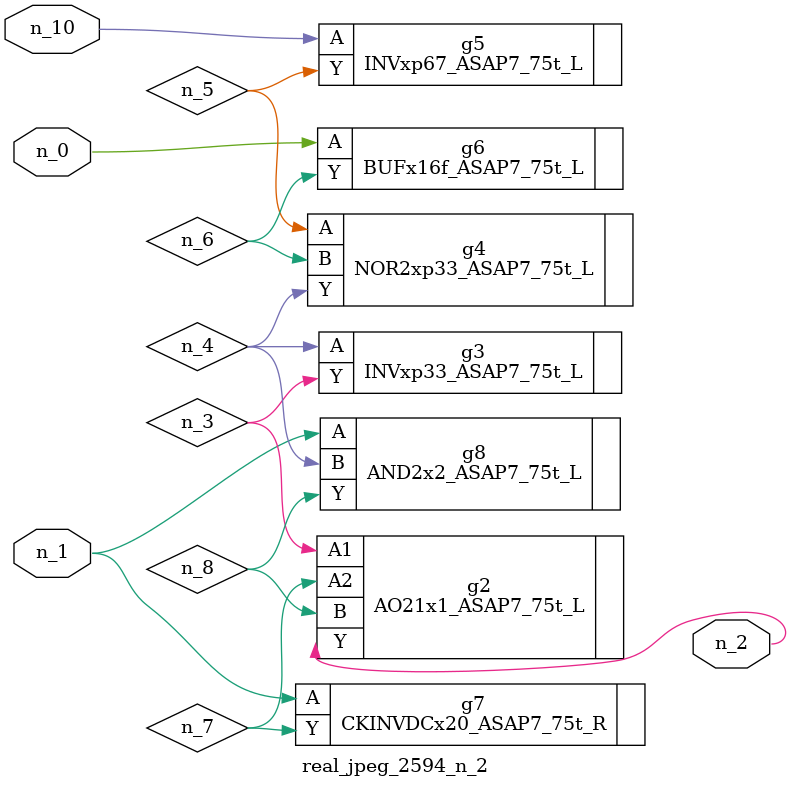
<source format=v>
module real_jpeg_2594_n_2 (n_1, n_10, n_0, n_2);

input n_1;
input n_10;
input n_0;

output n_2;

wire n_5;
wire n_4;
wire n_8;
wire n_6;
wire n_7;
wire n_3;

BUFx16f_ASAP7_75t_L g6 ( 
.A(n_0),
.Y(n_6)
);

CKINVDCx20_ASAP7_75t_R g7 ( 
.A(n_1),
.Y(n_7)
);

AND2x2_ASAP7_75t_L g8 ( 
.A(n_1),
.B(n_4),
.Y(n_8)
);

AO21x1_ASAP7_75t_L g2 ( 
.A1(n_3),
.A2(n_7),
.B(n_8),
.Y(n_2)
);

INVxp33_ASAP7_75t_L g3 ( 
.A(n_4),
.Y(n_3)
);

NOR2xp33_ASAP7_75t_L g4 ( 
.A(n_5),
.B(n_6),
.Y(n_4)
);

INVxp67_ASAP7_75t_L g5 ( 
.A(n_10),
.Y(n_5)
);


endmodule
</source>
